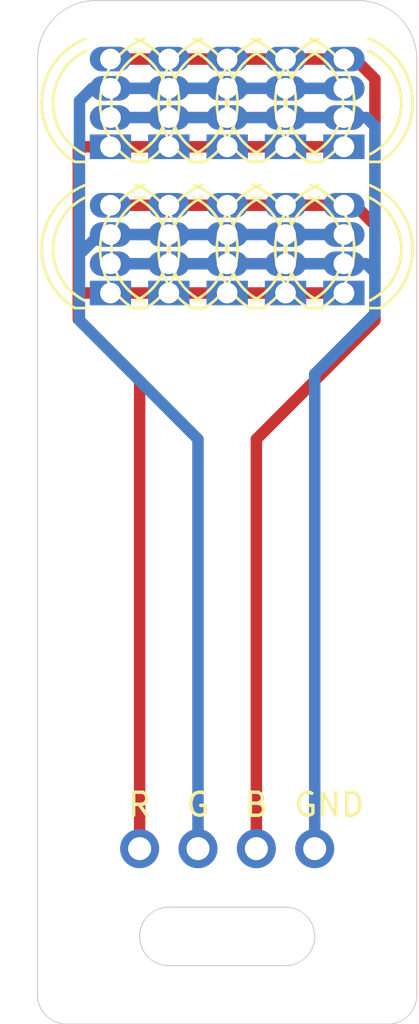
<source format=kicad_pcb>
(kicad_pcb (version 20171130) (host pcbnew 5.1.5-52549c5~84~ubuntu18.04.1)

  (general
    (thickness 1.6)
    (drawings 16)
    (tracks 47)
    (zones 0)
    (modules 11)
    (nets 5)
  )

  (page A4)
  (layers
    (0 F.Cu signal)
    (31 B.Cu signal)
    (32 B.Adhes user)
    (33 F.Adhes user hide)
    (34 B.Paste user)
    (35 F.Paste user)
    (36 B.SilkS user)
    (37 F.SilkS user)
    (38 B.Mask user hide)
    (39 F.Mask user)
    (40 Dwgs.User user hide)
    (41 Cmts.User user)
    (42 Eco1.User user)
    (43 Eco2.User user hide)
    (44 Edge.Cuts user)
    (45 Margin user)
    (46 B.CrtYd user hide)
    (47 F.CrtYd user hide)
    (48 B.Fab user)
    (49 F.Fab user hide)
  )

  (setup
    (last_trace_width 0.5)
    (user_trace_width 0.5)
    (trace_clearance 0.2)
    (zone_clearance 0.508)
    (zone_45_only no)
    (trace_min 0.2)
    (via_size 0.8)
    (via_drill 0.4)
    (via_min_size 0.4)
    (via_min_drill 0.3)
    (uvia_size 0.3)
    (uvia_drill 0.1)
    (uvias_allowed no)
    (uvia_min_size 0.2)
    (uvia_min_drill 0.1)
    (edge_width 0.05)
    (segment_width 0.2)
    (pcb_text_width 0.3)
    (pcb_text_size 1.5 1.5)
    (mod_edge_width 0.12)
    (mod_text_size 1 1)
    (mod_text_width 0.15)
    (pad_size 1.524 1.524)
    (pad_drill 0.762)
    (pad_to_mask_clearance 0.051)
    (solder_mask_min_width 0.25)
    (aux_axis_origin 0 0)
    (visible_elements FFFFFF7F)
    (pcbplotparams
      (layerselection 0x010fc_ffffffff)
      (usegerberextensions false)
      (usegerberattributes false)
      (usegerberadvancedattributes false)
      (creategerberjobfile false)
      (excludeedgelayer true)
      (linewidth 0.100000)
      (plotframeref false)
      (viasonmask false)
      (mode 1)
      (useauxorigin false)
      (hpglpennumber 1)
      (hpglpenspeed 20)
      (hpglpendiameter 15.000000)
      (psnegative false)
      (psa4output false)
      (plotreference true)
      (plotvalue true)
      (plotinvisibletext false)
      (padsonsilk false)
      (subtractmaskfromsilk false)
      (outputformat 1)
      (mirror false)
      (drillshape 0)
      (scaleselection 1)
      (outputdirectory "gerber/"))
  )

  (net 0 "")
  (net 1 "Net-(D1-Pad4)")
  (net 2 "Net-(D1-Pad3)")
  (net 3 "Net-(D1-Pad2)")
  (net 4 "Net-(D1-Pad1)")

  (net_class Default "This is the default net class."
    (clearance 0.2)
    (trace_width 0.25)
    (via_dia 0.8)
    (via_drill 0.4)
    (uvia_dia 0.3)
    (uvia_drill 0.1)
    (add_net "Net-(D1-Pad1)")
    (add_net "Net-(D1-Pad2)")
    (add_net "Net-(D1-Pad3)")
    (add_net "Net-(D1-Pad4)")
  )

  (module kicad-custom-parts:Pin_Header_Straight_Simplified_1x04_Pitch2.54mm (layer F.Cu) (tedit 5E3C28BF) (tstamp 5E3CD5EF)
    (at 115.57 99.06 90)
    (descr "Through hole straight pin header, 1x06, 2.54mm pitch, single row")
    (tags "Through hole pin header THT 1x06 2.54mm single row")
    (path /5E30F315)
    (fp_text reference J1 (at 0 -2.794 90) (layer F.SilkS) hide
      (effects (font (size 1 1) (thickness 0.15)))
    )
    (fp_text value Conn_01x04 (at 3.048 3.81) (layer F.Fab)
      (effects (font (size 1 1) (thickness 0.15)))
    )
    (fp_line (start -0.635 -1.27) (end 1.27 -1.27) (layer F.Fab) (width 0.1))
    (fp_line (start 1.27 -1.27) (end 1.27 8.89) (layer F.Fab) (width 0.1))
    (fp_line (start 1.27 8.89) (end -1.27 8.89) (layer F.Fab) (width 0.1))
    (fp_line (start -1.27 8.89) (end -1.27 -0.635) (layer F.Fab) (width 0.1))
    (fp_line (start -1.27 -0.635) (end -0.635 -1.27) (layer F.Fab) (width 0.1))
    (fp_line (start -1.778 -1.778) (end -1.778 9.398) (layer F.CrtYd) (width 0.05))
    (fp_line (start -1.778 9.398) (end 1.778 9.398) (layer F.CrtYd) (width 0.05))
    (fp_line (start 1.8 9.398) (end 1.8 -1.8) (layer F.CrtYd) (width 0.05))
    (fp_line (start 1.8 -1.8) (end -1.778 -1.8) (layer F.CrtYd) (width 0.05))
    (fp_text user %R (at -2.794 3.81) (layer F.Fab)
      (effects (font (size 1 1) (thickness 0.15)))
    )
    (pad 1 thru_hole oval (at 0 0 90) (size 1.7 1.7) (drill 1) (layers *.Cu *.Mask)
      (net 4 "Net-(D1-Pad1)"))
    (pad 2 thru_hole oval (at 0 2.54 90) (size 1.7 1.7) (drill 1) (layers *.Cu *.Mask)
      (net 3 "Net-(D1-Pad2)"))
    (pad 3 thru_hole oval (at 0 5.08 90) (size 1.7 1.7) (drill 1) (layers *.Cu *.Mask)
      (net 2 "Net-(D1-Pad3)"))
    (pad 4 thru_hole oval (at 0 7.62 90) (size 1.7 1.7) (drill 1) (layers *.Cu *.Mask)
      (net 1 "Net-(D1-Pad4)"))
    (model ${KISYS3DMOD}/Pin_Headers.3dshapes/Pin_Header_Straight_1x06_Pitch2.54mm.wrl
      (at (xyz 0 0 0))
      (scale (xyz 1 1 1))
      (rotate (xyz 0 0 0))
    )
  )

  (module kicad-custom-parts:LED_D5.0mm-4_RGB_swapped_pins (layer F.Cu) (tedit 5E3C313A) (tstamp 5E3CE1AB)
    (at 114.3 68.58 90)
    (descr "LED, diameter 5.0mm, 2 pins, diameter 5.0mm, 3 pins, diameter 5.0mm, 4 pins, http://www.kingbright.com/attachments/file/psearch/000/00/00/L-154A4SUREQBFZGEW(Ver.9A).pdf")
    (tags "LED diameter 5.0mm 2 pins diameter 5.0mm 3 pins diameter 5.0mm 4 pins RGB RGBLED")
    (path /5E2D70D8)
    (fp_text reference D1 (at 1.905 -3.96 90) (layer F.SilkS) hide
      (effects (font (size 1 1) (thickness 0.15)))
    )
    (fp_text value LED_RGBC (at 1.905 3.96 90) (layer F.Fab)
      (effects (font (size 1 1) (thickness 0.15)))
    )
    (fp_text user %R (at 1.905 -3.96 90) (layer F.Fab)
      (effects (font (size 1 1) (thickness 0.15)))
    )
    (fp_line (start 5.15 -3.25) (end -1.35 -3.25) (layer F.CrtYd) (width 0.05))
    (fp_line (start 5.15 3.25) (end 5.15 -3.25) (layer F.CrtYd) (width 0.05))
    (fp_line (start -1.35 3.25) (end 5.15 3.25) (layer F.CrtYd) (width 0.05))
    (fp_line (start -1.35 -3.25) (end -1.35 3.25) (layer F.CrtYd) (width 0.05))
    (fp_line (start -0.655 1.08) (end -0.655 1.545) (layer F.SilkS) (width 0.12))
    (fp_line (start -0.655 -1.545) (end -0.655 -1.08) (layer F.SilkS) (width 0.12))
    (fp_line (start -0.595 -1.469694) (end -0.595 1.469694) (layer F.Fab) (width 0.1))
    (fp_circle (center 1.905 0) (end 4.405 0) (layer F.Fab) (width 0.1))
    (fp_arc (start 1.905 0) (end -0.349684 1.08) (angle -128.8) (layer F.SilkS) (width 0.12))
    (fp_arc (start 1.905 0) (end -0.349684 -1.08) (angle 128.8) (layer F.SilkS) (width 0.12))
    (fp_arc (start 1.905 0) (end -0.655 1.54483) (angle -127.7) (layer F.SilkS) (width 0.12))
    (fp_arc (start 1.905 0) (end -0.655 -1.54483) (angle 127.7) (layer F.SilkS) (width 0.12))
    (fp_arc (start 1.905 0) (end -0.595 -1.469694) (angle 299.1) (layer F.Fab) (width 0.1))
    (pad 4 thru_hole oval (at 1.27 0 90) (size 1.07 1.8) (drill 0.9) (layers *.Cu *.Mask)
      (net 1 "Net-(D1-Pad4)"))
    (pad 3 thru_hole oval (at 3.81 0 90) (size 1.07 1.8) (drill 0.9) (layers *.Cu *.Mask)
      (net 2 "Net-(D1-Pad3)"))
    (pad 2 thru_hole oval (at 2.54 0 90) (size 1.07 1.8) (drill 0.9) (layers *.Cu *.Mask)
      (net 3 "Net-(D1-Pad2)"))
    (pad 1 thru_hole rect (at 0 0 90) (size 1.07 1.8) (drill 0.9) (layers *.Cu *.Mask)
      (net 4 "Net-(D1-Pad1)"))
    (model ${KISYS3DMOD}/LED_THT.3dshapes/LED_D5.0mm-4_RGB.wrl
      (at (xyz 0 0 0))
      (scale (xyz 1 1 1))
      (rotate (xyz 0 0 0))
    )
  )

  (module kicad-custom-parts:LED_D5.0mm-4_RGB_swapped_pins (layer F.Cu) (tedit 5E3C313A) (tstamp 5E3CE1C1)
    (at 114.3 74.93 90)
    (descr "LED, diameter 5.0mm, 2 pins, diameter 5.0mm, 3 pins, diameter 5.0mm, 4 pins, http://www.kingbright.com/attachments/file/psearch/000/00/00/L-154A4SUREQBFZGEW(Ver.9A).pdf")
    (tags "LED diameter 5.0mm 2 pins diameter 5.0mm 3 pins diameter 5.0mm 4 pins RGB RGBLED")
    (path /5E2FB276)
    (fp_text reference D2 (at 1.905 -3.96 90) (layer F.SilkS) hide
      (effects (font (size 1 1) (thickness 0.15)))
    )
    (fp_text value LED_RGBC (at 1.905 3.96 90) (layer F.Fab)
      (effects (font (size 1 1) (thickness 0.15)))
    )
    (fp_arc (start 1.905 0) (end -0.595 -1.469694) (angle 299.1) (layer F.Fab) (width 0.1))
    (fp_arc (start 1.905 0) (end -0.655 -1.54483) (angle 127.7) (layer F.SilkS) (width 0.12))
    (fp_arc (start 1.905 0) (end -0.655 1.54483) (angle -127.7) (layer F.SilkS) (width 0.12))
    (fp_arc (start 1.905 0) (end -0.349684 -1.08) (angle 128.8) (layer F.SilkS) (width 0.12))
    (fp_arc (start 1.905 0) (end -0.349684 1.08) (angle -128.8) (layer F.SilkS) (width 0.12))
    (fp_circle (center 1.905 0) (end 4.405 0) (layer F.Fab) (width 0.1))
    (fp_line (start -0.595 -1.469694) (end -0.595 1.469694) (layer F.Fab) (width 0.1))
    (fp_line (start -0.655 -1.545) (end -0.655 -1.08) (layer F.SilkS) (width 0.12))
    (fp_line (start -0.655 1.08) (end -0.655 1.545) (layer F.SilkS) (width 0.12))
    (fp_line (start -1.35 -3.25) (end -1.35 3.25) (layer F.CrtYd) (width 0.05))
    (fp_line (start -1.35 3.25) (end 5.15 3.25) (layer F.CrtYd) (width 0.05))
    (fp_line (start 5.15 3.25) (end 5.15 -3.25) (layer F.CrtYd) (width 0.05))
    (fp_line (start 5.15 -3.25) (end -1.35 -3.25) (layer F.CrtYd) (width 0.05))
    (fp_text user %R (at 1.905 -3.96 90) (layer F.Fab)
      (effects (font (size 1 1) (thickness 0.15)))
    )
    (pad 1 thru_hole rect (at 0 0 90) (size 1.07 1.8) (drill 0.9) (layers *.Cu *.Mask)
      (net 4 "Net-(D1-Pad1)"))
    (pad 2 thru_hole oval (at 2.54 0 90) (size 1.07 1.8) (drill 0.9) (layers *.Cu *.Mask)
      (net 3 "Net-(D1-Pad2)"))
    (pad 3 thru_hole oval (at 3.81 0 90) (size 1.07 1.8) (drill 0.9) (layers *.Cu *.Mask)
      (net 2 "Net-(D1-Pad3)"))
    (pad 4 thru_hole oval (at 1.27 0 90) (size 1.07 1.8) (drill 0.9) (layers *.Cu *.Mask)
      (net 1 "Net-(D1-Pad4)"))
    (model ${KISYS3DMOD}/LED_THT.3dshapes/LED_D5.0mm-4_RGB.wrl
      (at (xyz 0 0 0))
      (scale (xyz 1 1 1))
      (rotate (xyz 0 0 0))
    )
  )

  (module kicad-custom-parts:LED_D5.0mm-4_RGB_swapped_pins (layer F.Cu) (tedit 5E3C313A) (tstamp 5E3CE1D7)
    (at 116.84 68.58 90)
    (descr "LED, diameter 5.0mm, 2 pins, diameter 5.0mm, 3 pins, diameter 5.0mm, 4 pins, http://www.kingbright.com/attachments/file/psearch/000/00/00/L-154A4SUREQBFZGEW(Ver.9A).pdf")
    (tags "LED diameter 5.0mm 2 pins diameter 5.0mm 3 pins diameter 5.0mm 4 pins RGB RGBLED")
    (path /5E2D9E6B)
    (fp_text reference D3 (at 1.905 -3.96 90) (layer F.SilkS) hide
      (effects (font (size 1 1) (thickness 0.15)))
    )
    (fp_text value LED_RGBC (at 1.905 3.96 90) (layer F.Fab)
      (effects (font (size 1 1) (thickness 0.15)))
    )
    (fp_arc (start 1.905 0) (end -0.595 -1.469694) (angle 299.1) (layer F.Fab) (width 0.1))
    (fp_arc (start 1.905 0) (end -0.655 -1.54483) (angle 127.7) (layer F.SilkS) (width 0.12))
    (fp_arc (start 1.905 0) (end -0.655 1.54483) (angle -127.7) (layer F.SilkS) (width 0.12))
    (fp_arc (start 1.905 0) (end -0.349684 -1.08) (angle 128.8) (layer F.SilkS) (width 0.12))
    (fp_arc (start 1.905 0) (end -0.349684 1.08) (angle -128.8) (layer F.SilkS) (width 0.12))
    (fp_circle (center 1.905 0) (end 4.405 0) (layer F.Fab) (width 0.1))
    (fp_line (start -0.595 -1.469694) (end -0.595 1.469694) (layer F.Fab) (width 0.1))
    (fp_line (start -0.655 -1.545) (end -0.655 -1.08) (layer F.SilkS) (width 0.12))
    (fp_line (start -0.655 1.08) (end -0.655 1.545) (layer F.SilkS) (width 0.12))
    (fp_line (start -1.35 -3.25) (end -1.35 3.25) (layer F.CrtYd) (width 0.05))
    (fp_line (start -1.35 3.25) (end 5.15 3.25) (layer F.CrtYd) (width 0.05))
    (fp_line (start 5.15 3.25) (end 5.15 -3.25) (layer F.CrtYd) (width 0.05))
    (fp_line (start 5.15 -3.25) (end -1.35 -3.25) (layer F.CrtYd) (width 0.05))
    (fp_text user %R (at 1.905 -3.96 90) (layer F.Fab)
      (effects (font (size 1 1) (thickness 0.15)))
    )
    (pad 1 thru_hole rect (at 0 0 90) (size 1.07 1.8) (drill 0.9) (layers *.Cu *.Mask)
      (net 4 "Net-(D1-Pad1)"))
    (pad 2 thru_hole oval (at 2.54 0 90) (size 1.07 1.8) (drill 0.9) (layers *.Cu *.Mask)
      (net 3 "Net-(D1-Pad2)"))
    (pad 3 thru_hole oval (at 3.81 0 90) (size 1.07 1.8) (drill 0.9) (layers *.Cu *.Mask)
      (net 2 "Net-(D1-Pad3)"))
    (pad 4 thru_hole oval (at 1.27 0 90) (size 1.07 1.8) (drill 0.9) (layers *.Cu *.Mask)
      (net 1 "Net-(D1-Pad4)"))
    (model ${KISYS3DMOD}/LED_THT.3dshapes/LED_D5.0mm-4_RGB.wrl
      (at (xyz 0 0 0))
      (scale (xyz 1 1 1))
      (rotate (xyz 0 0 0))
    )
  )

  (module kicad-custom-parts:LED_D5.0mm-4_RGB_swapped_pins (layer F.Cu) (tedit 5E3C313A) (tstamp 5E3CE1ED)
    (at 116.84 74.93 90)
    (descr "LED, diameter 5.0mm, 2 pins, diameter 5.0mm, 3 pins, diameter 5.0mm, 4 pins, http://www.kingbright.com/attachments/file/psearch/000/00/00/L-154A4SUREQBFZGEW(Ver.9A).pdf")
    (tags "LED diameter 5.0mm 2 pins diameter 5.0mm 3 pins diameter 5.0mm 4 pins RGB RGBLED")
    (path /5E2FB27C)
    (fp_text reference D4 (at 1.905 -3.96 90) (layer F.SilkS) hide
      (effects (font (size 1 1) (thickness 0.15)))
    )
    (fp_text value LED_RGBC (at 1.905 3.96 90) (layer F.Fab)
      (effects (font (size 1 1) (thickness 0.15)))
    )
    (fp_text user %R (at 1.905 -3.96 90) (layer F.Fab)
      (effects (font (size 1 1) (thickness 0.15)))
    )
    (fp_line (start 5.15 -3.25) (end -1.35 -3.25) (layer F.CrtYd) (width 0.05))
    (fp_line (start 5.15 3.25) (end 5.15 -3.25) (layer F.CrtYd) (width 0.05))
    (fp_line (start -1.35 3.25) (end 5.15 3.25) (layer F.CrtYd) (width 0.05))
    (fp_line (start -1.35 -3.25) (end -1.35 3.25) (layer F.CrtYd) (width 0.05))
    (fp_line (start -0.655 1.08) (end -0.655 1.545) (layer F.SilkS) (width 0.12))
    (fp_line (start -0.655 -1.545) (end -0.655 -1.08) (layer F.SilkS) (width 0.12))
    (fp_line (start -0.595 -1.469694) (end -0.595 1.469694) (layer F.Fab) (width 0.1))
    (fp_circle (center 1.905 0) (end 4.405 0) (layer F.Fab) (width 0.1))
    (fp_arc (start 1.905 0) (end -0.349684 1.08) (angle -128.8) (layer F.SilkS) (width 0.12))
    (fp_arc (start 1.905 0) (end -0.349684 -1.08) (angle 128.8) (layer F.SilkS) (width 0.12))
    (fp_arc (start 1.905 0) (end -0.655 1.54483) (angle -127.7) (layer F.SilkS) (width 0.12))
    (fp_arc (start 1.905 0) (end -0.655 -1.54483) (angle 127.7) (layer F.SilkS) (width 0.12))
    (fp_arc (start 1.905 0) (end -0.595 -1.469694) (angle 299.1) (layer F.Fab) (width 0.1))
    (pad 4 thru_hole oval (at 1.27 0 90) (size 1.07 1.8) (drill 0.9) (layers *.Cu *.Mask)
      (net 1 "Net-(D1-Pad4)"))
    (pad 3 thru_hole oval (at 3.81 0 90) (size 1.07 1.8) (drill 0.9) (layers *.Cu *.Mask)
      (net 2 "Net-(D1-Pad3)"))
    (pad 2 thru_hole oval (at 2.54 0 90) (size 1.07 1.8) (drill 0.9) (layers *.Cu *.Mask)
      (net 3 "Net-(D1-Pad2)"))
    (pad 1 thru_hole rect (at 0 0 90) (size 1.07 1.8) (drill 0.9) (layers *.Cu *.Mask)
      (net 4 "Net-(D1-Pad1)"))
    (model ${KISYS3DMOD}/LED_THT.3dshapes/LED_D5.0mm-4_RGB.wrl
      (at (xyz 0 0 0))
      (scale (xyz 1 1 1))
      (rotate (xyz 0 0 0))
    )
  )

  (module kicad-custom-parts:LED_D5.0mm-4_RGB_swapped_pins (layer F.Cu) (tedit 5E3C313A) (tstamp 5E3CE203)
    (at 119.38 68.58 90)
    (descr "LED, diameter 5.0mm, 2 pins, diameter 5.0mm, 3 pins, diameter 5.0mm, 4 pins, http://www.kingbright.com/attachments/file/psearch/000/00/00/L-154A4SUREQBFZGEW(Ver.9A).pdf")
    (tags "LED diameter 5.0mm 2 pins diameter 5.0mm 3 pins diameter 5.0mm 4 pins RGB RGBLED")
    (path /5E2DB915)
    (fp_text reference D5 (at 1.905 -3.96 90) (layer F.SilkS) hide
      (effects (font (size 1 1) (thickness 0.15)))
    )
    (fp_text value LED_RGBC (at 1.905 3.96 90) (layer F.Fab)
      (effects (font (size 1 1) (thickness 0.15)))
    )
    (fp_text user %R (at 1.905 -3.96 90) (layer F.Fab)
      (effects (font (size 1 1) (thickness 0.15)))
    )
    (fp_line (start 5.15 -3.25) (end -1.35 -3.25) (layer F.CrtYd) (width 0.05))
    (fp_line (start 5.15 3.25) (end 5.15 -3.25) (layer F.CrtYd) (width 0.05))
    (fp_line (start -1.35 3.25) (end 5.15 3.25) (layer F.CrtYd) (width 0.05))
    (fp_line (start -1.35 -3.25) (end -1.35 3.25) (layer F.CrtYd) (width 0.05))
    (fp_line (start -0.655 1.08) (end -0.655 1.545) (layer F.SilkS) (width 0.12))
    (fp_line (start -0.655 -1.545) (end -0.655 -1.08) (layer F.SilkS) (width 0.12))
    (fp_line (start -0.595 -1.469694) (end -0.595 1.469694) (layer F.Fab) (width 0.1))
    (fp_circle (center 1.905 0) (end 4.405 0) (layer F.Fab) (width 0.1))
    (fp_arc (start 1.905 0) (end -0.349684 1.08) (angle -128.8) (layer F.SilkS) (width 0.12))
    (fp_arc (start 1.905 0) (end -0.349684 -1.08) (angle 128.8) (layer F.SilkS) (width 0.12))
    (fp_arc (start 1.905 0) (end -0.655 1.54483) (angle -127.7) (layer F.SilkS) (width 0.12))
    (fp_arc (start 1.905 0) (end -0.655 -1.54483) (angle 127.7) (layer F.SilkS) (width 0.12))
    (fp_arc (start 1.905 0) (end -0.595 -1.469694) (angle 299.1) (layer F.Fab) (width 0.1))
    (pad 4 thru_hole oval (at 1.27 0 90) (size 1.07 1.8) (drill 0.9) (layers *.Cu *.Mask)
      (net 1 "Net-(D1-Pad4)"))
    (pad 3 thru_hole oval (at 3.81 0 90) (size 1.07 1.8) (drill 0.9) (layers *.Cu *.Mask)
      (net 2 "Net-(D1-Pad3)"))
    (pad 2 thru_hole oval (at 2.54 0 90) (size 1.07 1.8) (drill 0.9) (layers *.Cu *.Mask)
      (net 3 "Net-(D1-Pad2)"))
    (pad 1 thru_hole rect (at 0 0 90) (size 1.07 1.8) (drill 0.9) (layers *.Cu *.Mask)
      (net 4 "Net-(D1-Pad1)"))
    (model ${KISYS3DMOD}/LED_THT.3dshapes/LED_D5.0mm-4_RGB.wrl
      (at (xyz 0 0 0))
      (scale (xyz 1 1 1))
      (rotate (xyz 0 0 0))
    )
  )

  (module kicad-custom-parts:LED_D5.0mm-4_RGB_swapped_pins (layer F.Cu) (tedit 5E3C313A) (tstamp 5E3CE219)
    (at 119.38 74.93 90)
    (descr "LED, diameter 5.0mm, 2 pins, diameter 5.0mm, 3 pins, diameter 5.0mm, 4 pins, http://www.kingbright.com/attachments/file/psearch/000/00/00/L-154A4SUREQBFZGEW(Ver.9A).pdf")
    (tags "LED diameter 5.0mm 2 pins diameter 5.0mm 3 pins diameter 5.0mm 4 pins RGB RGBLED")
    (path /5E2FB282)
    (fp_text reference D6 (at 1.905 -3.96 90) (layer F.SilkS) hide
      (effects (font (size 1 1) (thickness 0.15)))
    )
    (fp_text value LED_RGBC (at 1.905 3.96 90) (layer F.Fab)
      (effects (font (size 1 1) (thickness 0.15)))
    )
    (fp_arc (start 1.905 0) (end -0.595 -1.469694) (angle 299.1) (layer F.Fab) (width 0.1))
    (fp_arc (start 1.905 0) (end -0.655 -1.54483) (angle 127.7) (layer F.SilkS) (width 0.12))
    (fp_arc (start 1.905 0) (end -0.655 1.54483) (angle -127.7) (layer F.SilkS) (width 0.12))
    (fp_arc (start 1.905 0) (end -0.349684 -1.08) (angle 128.8) (layer F.SilkS) (width 0.12))
    (fp_arc (start 1.905 0) (end -0.349684 1.08) (angle -128.8) (layer F.SilkS) (width 0.12))
    (fp_circle (center 1.905 0) (end 4.405 0) (layer F.Fab) (width 0.1))
    (fp_line (start -0.595 -1.469694) (end -0.595 1.469694) (layer F.Fab) (width 0.1))
    (fp_line (start -0.655 -1.545) (end -0.655 -1.08) (layer F.SilkS) (width 0.12))
    (fp_line (start -0.655 1.08) (end -0.655 1.545) (layer F.SilkS) (width 0.12))
    (fp_line (start -1.35 -3.25) (end -1.35 3.25) (layer F.CrtYd) (width 0.05))
    (fp_line (start -1.35 3.25) (end 5.15 3.25) (layer F.CrtYd) (width 0.05))
    (fp_line (start 5.15 3.25) (end 5.15 -3.25) (layer F.CrtYd) (width 0.05))
    (fp_line (start 5.15 -3.25) (end -1.35 -3.25) (layer F.CrtYd) (width 0.05))
    (fp_text user %R (at 1.905 -3.96 90) (layer F.Fab)
      (effects (font (size 1 1) (thickness 0.15)))
    )
    (pad 1 thru_hole rect (at 0 0 90) (size 1.07 1.8) (drill 0.9) (layers *.Cu *.Mask)
      (net 4 "Net-(D1-Pad1)"))
    (pad 2 thru_hole oval (at 2.54 0 90) (size 1.07 1.8) (drill 0.9) (layers *.Cu *.Mask)
      (net 3 "Net-(D1-Pad2)"))
    (pad 3 thru_hole oval (at 3.81 0 90) (size 1.07 1.8) (drill 0.9) (layers *.Cu *.Mask)
      (net 2 "Net-(D1-Pad3)"))
    (pad 4 thru_hole oval (at 1.27 0 90) (size 1.07 1.8) (drill 0.9) (layers *.Cu *.Mask)
      (net 1 "Net-(D1-Pad4)"))
    (model ${KISYS3DMOD}/LED_THT.3dshapes/LED_D5.0mm-4_RGB.wrl
      (at (xyz 0 0 0))
      (scale (xyz 1 1 1))
      (rotate (xyz 0 0 0))
    )
  )

  (module kicad-custom-parts:LED_D5.0mm-4_RGB_swapped_pins (layer F.Cu) (tedit 5E3C313A) (tstamp 5E3CE22F)
    (at 121.92 68.58 90)
    (descr "LED, diameter 5.0mm, 2 pins, diameter 5.0mm, 3 pins, diameter 5.0mm, 4 pins, http://www.kingbright.com/attachments/file/psearch/000/00/00/L-154A4SUREQBFZGEW(Ver.9A).pdf")
    (tags "LED diameter 5.0mm 2 pins diameter 5.0mm 3 pins diameter 5.0mm 4 pins RGB RGBLED")
    (path /5E2DB91B)
    (fp_text reference D7 (at 1.905 -3.96 90) (layer F.SilkS) hide
      (effects (font (size 1 1) (thickness 0.15)))
    )
    (fp_text value LED_RGBC (at 1.905 3.96 90) (layer F.Fab)
      (effects (font (size 1 1) (thickness 0.15)))
    )
    (fp_arc (start 1.905 0) (end -0.595 -1.469694) (angle 299.1) (layer F.Fab) (width 0.1))
    (fp_arc (start 1.905 0) (end -0.655 -1.54483) (angle 127.7) (layer F.SilkS) (width 0.12))
    (fp_arc (start 1.905 0) (end -0.655 1.54483) (angle -127.7) (layer F.SilkS) (width 0.12))
    (fp_arc (start 1.905 0) (end -0.349684 -1.08) (angle 128.8) (layer F.SilkS) (width 0.12))
    (fp_arc (start 1.905 0) (end -0.349684 1.08) (angle -128.8) (layer F.SilkS) (width 0.12))
    (fp_circle (center 1.905 0) (end 4.405 0) (layer F.Fab) (width 0.1))
    (fp_line (start -0.595 -1.469694) (end -0.595 1.469694) (layer F.Fab) (width 0.1))
    (fp_line (start -0.655 -1.545) (end -0.655 -1.08) (layer F.SilkS) (width 0.12))
    (fp_line (start -0.655 1.08) (end -0.655 1.545) (layer F.SilkS) (width 0.12))
    (fp_line (start -1.35 -3.25) (end -1.35 3.25) (layer F.CrtYd) (width 0.05))
    (fp_line (start -1.35 3.25) (end 5.15 3.25) (layer F.CrtYd) (width 0.05))
    (fp_line (start 5.15 3.25) (end 5.15 -3.25) (layer F.CrtYd) (width 0.05))
    (fp_line (start 5.15 -3.25) (end -1.35 -3.25) (layer F.CrtYd) (width 0.05))
    (fp_text user %R (at 1.905 -3.96 90) (layer F.Fab)
      (effects (font (size 1 1) (thickness 0.15)))
    )
    (pad 1 thru_hole rect (at 0 0 90) (size 1.07 1.8) (drill 0.9) (layers *.Cu *.Mask)
      (net 4 "Net-(D1-Pad1)"))
    (pad 2 thru_hole oval (at 2.54 0 90) (size 1.07 1.8) (drill 0.9) (layers *.Cu *.Mask)
      (net 3 "Net-(D1-Pad2)"))
    (pad 3 thru_hole oval (at 3.81 0 90) (size 1.07 1.8) (drill 0.9) (layers *.Cu *.Mask)
      (net 2 "Net-(D1-Pad3)"))
    (pad 4 thru_hole oval (at 1.27 0 90) (size 1.07 1.8) (drill 0.9) (layers *.Cu *.Mask)
      (net 1 "Net-(D1-Pad4)"))
    (model ${KISYS3DMOD}/LED_THT.3dshapes/LED_D5.0mm-4_RGB.wrl
      (at (xyz 0 0 0))
      (scale (xyz 1 1 1))
      (rotate (xyz 0 0 0))
    )
  )

  (module kicad-custom-parts:LED_D5.0mm-4_RGB_swapped_pins (layer F.Cu) (tedit 5E3C313A) (tstamp 5E3CE245)
    (at 121.92 74.93 90)
    (descr "LED, diameter 5.0mm, 2 pins, diameter 5.0mm, 3 pins, diameter 5.0mm, 4 pins, http://www.kingbright.com/attachments/file/psearch/000/00/00/L-154A4SUREQBFZGEW(Ver.9A).pdf")
    (tags "LED diameter 5.0mm 2 pins diameter 5.0mm 3 pins diameter 5.0mm 4 pins RGB RGBLED")
    (path /5E2FB288)
    (fp_text reference D8 (at 1.905 -3.96 90) (layer F.SilkS) hide
      (effects (font (size 1 1) (thickness 0.15)))
    )
    (fp_text value LED_RGBC (at 1.905 3.96 90) (layer F.Fab)
      (effects (font (size 1 1) (thickness 0.15)))
    )
    (fp_text user %R (at 1.905 -3.96 90) (layer F.Fab)
      (effects (font (size 1 1) (thickness 0.15)))
    )
    (fp_line (start 5.15 -3.25) (end -1.35 -3.25) (layer F.CrtYd) (width 0.05))
    (fp_line (start 5.15 3.25) (end 5.15 -3.25) (layer F.CrtYd) (width 0.05))
    (fp_line (start -1.35 3.25) (end 5.15 3.25) (layer F.CrtYd) (width 0.05))
    (fp_line (start -1.35 -3.25) (end -1.35 3.25) (layer F.CrtYd) (width 0.05))
    (fp_line (start -0.655 1.08) (end -0.655 1.545) (layer F.SilkS) (width 0.12))
    (fp_line (start -0.655 -1.545) (end -0.655 -1.08) (layer F.SilkS) (width 0.12))
    (fp_line (start -0.595 -1.469694) (end -0.595 1.469694) (layer F.Fab) (width 0.1))
    (fp_circle (center 1.905 0) (end 4.405 0) (layer F.Fab) (width 0.1))
    (fp_arc (start 1.905 0) (end -0.349684 1.08) (angle -128.8) (layer F.SilkS) (width 0.12))
    (fp_arc (start 1.905 0) (end -0.349684 -1.08) (angle 128.8) (layer F.SilkS) (width 0.12))
    (fp_arc (start 1.905 0) (end -0.655 1.54483) (angle -127.7) (layer F.SilkS) (width 0.12))
    (fp_arc (start 1.905 0) (end -0.655 -1.54483) (angle 127.7) (layer F.SilkS) (width 0.12))
    (fp_arc (start 1.905 0) (end -0.595 -1.469694) (angle 299.1) (layer F.Fab) (width 0.1))
    (pad 4 thru_hole oval (at 1.27 0 90) (size 1.07 1.8) (drill 0.9) (layers *.Cu *.Mask)
      (net 1 "Net-(D1-Pad4)"))
    (pad 3 thru_hole oval (at 3.81 0 90) (size 1.07 1.8) (drill 0.9) (layers *.Cu *.Mask)
      (net 2 "Net-(D1-Pad3)"))
    (pad 2 thru_hole oval (at 2.54 0 90) (size 1.07 1.8) (drill 0.9) (layers *.Cu *.Mask)
      (net 3 "Net-(D1-Pad2)"))
    (pad 1 thru_hole rect (at 0 0 90) (size 1.07 1.8) (drill 0.9) (layers *.Cu *.Mask)
      (net 4 "Net-(D1-Pad1)"))
    (model ${KISYS3DMOD}/LED_THT.3dshapes/LED_D5.0mm-4_RGB.wrl
      (at (xyz 0 0 0))
      (scale (xyz 1 1 1))
      (rotate (xyz 0 0 0))
    )
  )

  (module kicad-custom-parts:LED_D5.0mm-4_RGB_swapped_pins (layer F.Cu) (tedit 5E3C313A) (tstamp 5E3CE25B)
    (at 124.46 68.58 90)
    (descr "LED, diameter 5.0mm, 2 pins, diameter 5.0mm, 3 pins, diameter 5.0mm, 4 pins, http://www.kingbright.com/attachments/file/psearch/000/00/00/L-154A4SUREQBFZGEW(Ver.9A).pdf")
    (tags "LED diameter 5.0mm 2 pins diameter 5.0mm 3 pins diameter 5.0mm 4 pins RGB RGBLED")
    (path /5E2DEDBF)
    (fp_text reference D9 (at 1.905 -3.96 90) (layer F.SilkS) hide
      (effects (font (size 1 1) (thickness 0.15)))
    )
    (fp_text value LED_RGBC (at 1.905 3.96 90) (layer F.Fab)
      (effects (font (size 1 1) (thickness 0.15)))
    )
    (fp_text user %R (at 1.905 -3.96 90) (layer F.Fab)
      (effects (font (size 1 1) (thickness 0.15)))
    )
    (fp_line (start 5.15 -3.25) (end -1.35 -3.25) (layer F.CrtYd) (width 0.05))
    (fp_line (start 5.15 3.25) (end 5.15 -3.25) (layer F.CrtYd) (width 0.05))
    (fp_line (start -1.35 3.25) (end 5.15 3.25) (layer F.CrtYd) (width 0.05))
    (fp_line (start -1.35 -3.25) (end -1.35 3.25) (layer F.CrtYd) (width 0.05))
    (fp_line (start -0.655 1.08) (end -0.655 1.545) (layer F.SilkS) (width 0.12))
    (fp_line (start -0.655 -1.545) (end -0.655 -1.08) (layer F.SilkS) (width 0.12))
    (fp_line (start -0.595 -1.469694) (end -0.595 1.469694) (layer F.Fab) (width 0.1))
    (fp_circle (center 1.905 0) (end 4.405 0) (layer F.Fab) (width 0.1))
    (fp_arc (start 1.905 0) (end -0.349684 1.08) (angle -128.8) (layer F.SilkS) (width 0.12))
    (fp_arc (start 1.905 0) (end -0.349684 -1.08) (angle 128.8) (layer F.SilkS) (width 0.12))
    (fp_arc (start 1.905 0) (end -0.655 1.54483) (angle -127.7) (layer F.SilkS) (width 0.12))
    (fp_arc (start 1.905 0) (end -0.655 -1.54483) (angle 127.7) (layer F.SilkS) (width 0.12))
    (fp_arc (start 1.905 0) (end -0.595 -1.469694) (angle 299.1) (layer F.Fab) (width 0.1))
    (pad 4 thru_hole oval (at 1.27 0 90) (size 1.07 1.8) (drill 0.9) (layers *.Cu *.Mask)
      (net 1 "Net-(D1-Pad4)"))
    (pad 3 thru_hole oval (at 3.81 0 90) (size 1.07 1.8) (drill 0.9) (layers *.Cu *.Mask)
      (net 2 "Net-(D1-Pad3)"))
    (pad 2 thru_hole oval (at 2.54 0 90) (size 1.07 1.8) (drill 0.9) (layers *.Cu *.Mask)
      (net 3 "Net-(D1-Pad2)"))
    (pad 1 thru_hole rect (at 0 0 90) (size 1.07 1.8) (drill 0.9) (layers *.Cu *.Mask)
      (net 4 "Net-(D1-Pad1)"))
    (model ${KISYS3DMOD}/LED_THT.3dshapes/LED_D5.0mm-4_RGB.wrl
      (at (xyz 0 0 0))
      (scale (xyz 1 1 1))
      (rotate (xyz 0 0 0))
    )
  )

  (module kicad-custom-parts:LED_D5.0mm-4_RGB_swapped_pins (layer F.Cu) (tedit 5E3C313A) (tstamp 5E3CE271)
    (at 124.46 74.93 90)
    (descr "LED, diameter 5.0mm, 2 pins, diameter 5.0mm, 3 pins, diameter 5.0mm, 4 pins, http://www.kingbright.com/attachments/file/psearch/000/00/00/L-154A4SUREQBFZGEW(Ver.9A).pdf")
    (tags "LED diameter 5.0mm 2 pins diameter 5.0mm 3 pins diameter 5.0mm 4 pins RGB RGBLED")
    (path /5E2FB28E)
    (fp_text reference D10 (at 1.905 -3.96 90) (layer F.SilkS) hide
      (effects (font (size 1 1) (thickness 0.15)))
    )
    (fp_text value LED_RGBC (at 1.905 3.96 90) (layer F.Fab)
      (effects (font (size 1 1) (thickness 0.15)))
    )
    (fp_arc (start 1.905 0) (end -0.595 -1.469694) (angle 299.1) (layer F.Fab) (width 0.1))
    (fp_arc (start 1.905 0) (end -0.655 -1.54483) (angle 127.7) (layer F.SilkS) (width 0.12))
    (fp_arc (start 1.905 0) (end -0.655 1.54483) (angle -127.7) (layer F.SilkS) (width 0.12))
    (fp_arc (start 1.905 0) (end -0.349684 -1.08) (angle 128.8) (layer F.SilkS) (width 0.12))
    (fp_arc (start 1.905 0) (end -0.349684 1.08) (angle -128.8) (layer F.SilkS) (width 0.12))
    (fp_circle (center 1.905 0) (end 4.405 0) (layer F.Fab) (width 0.1))
    (fp_line (start -0.595 -1.469694) (end -0.595 1.469694) (layer F.Fab) (width 0.1))
    (fp_line (start -0.655 -1.545) (end -0.655 -1.08) (layer F.SilkS) (width 0.12))
    (fp_line (start -0.655 1.08) (end -0.655 1.545) (layer F.SilkS) (width 0.12))
    (fp_line (start -1.35 -3.25) (end -1.35 3.25) (layer F.CrtYd) (width 0.05))
    (fp_line (start -1.35 3.25) (end 5.15 3.25) (layer F.CrtYd) (width 0.05))
    (fp_line (start 5.15 3.25) (end 5.15 -3.25) (layer F.CrtYd) (width 0.05))
    (fp_line (start 5.15 -3.25) (end -1.35 -3.25) (layer F.CrtYd) (width 0.05))
    (fp_text user %R (at 1.905 -3.96 90) (layer F.Fab)
      (effects (font (size 1 1) (thickness 0.15)))
    )
    (pad 1 thru_hole rect (at 0 0 90) (size 1.07 1.8) (drill 0.9) (layers *.Cu *.Mask)
      (net 4 "Net-(D1-Pad1)"))
    (pad 2 thru_hole oval (at 2.54 0 90) (size 1.07 1.8) (drill 0.9) (layers *.Cu *.Mask)
      (net 3 "Net-(D1-Pad2)"))
    (pad 3 thru_hole oval (at 3.81 0 90) (size 1.07 1.8) (drill 0.9) (layers *.Cu *.Mask)
      (net 2 "Net-(D1-Pad3)"))
    (pad 4 thru_hole oval (at 1.27 0 90) (size 1.07 1.8) (drill 0.9) (layers *.Cu *.Mask)
      (net 1 "Net-(D1-Pad4)"))
    (model ${KISYS3DMOD}/LED_THT.3dshapes/LED_D5.0mm-4_RGB.wrl
      (at (xyz 0 0 0))
      (scale (xyz 1 1 1))
      (rotate (xyz 0 0 0))
    )
  )

  (gr_text GND (at 123.825 97.155) (layer F.SilkS)
    (effects (font (size 1 1) (thickness 0.15)))
  )
  (gr_text B (at 120.65 97.155) (layer F.SilkS)
    (effects (font (size 1 1) (thickness 0.15)))
  )
  (gr_text G (at 118.11 97.155) (layer F.SilkS)
    (effects (font (size 1 1) (thickness 0.15)))
  )
  (gr_text R (at 115.57 97.155) (layer F.SilkS)
    (effects (font (size 1 1) (thickness 0.15)))
  )
  (gr_line (start 116.84 101.6) (end 121.92 101.6) (layer Edge.Cuts) (width 0.05) (tstamp 5E3CEBC1))
  (gr_arc (start 116.84 102.87) (end 116.84 101.6) (angle -180) (layer Edge.Cuts) (width 0.05))
  (gr_arc (start 121.92 102.87) (end 121.92 104.14) (angle -180) (layer Edge.Cuts) (width 0.05))
  (gr_line (start 116.84 104.14) (end 121.92 104.14) (layer Edge.Cuts) (width 0.05))
  (gr_arc (start 113.665 64.77) (end 113.665 62.23) (angle -90) (layer Edge.Cuts) (width 0.05))
  (gr_arc (start 125.095 64.77) (end 127.635 64.77) (angle -90) (layer Edge.Cuts) (width 0.05))
  (gr_line (start 111.125 105.41) (end 111.125 64.77) (layer Edge.Cuts) (width 0.05) (tstamp 5E2DC401))
  (gr_line (start 127.635 64.77) (end 127.635 105.41) (layer Edge.Cuts) (width 0.05) (tstamp 5E2DC400))
  (gr_arc (start 112.395 105.41) (end 111.125 105.41) (angle -90) (layer Edge.Cuts) (width 0.05))
  (gr_arc (start 126.365 105.41) (end 126.365 106.68) (angle -90) (layer Edge.Cuts) (width 0.05))
  (gr_line (start 112.395 106.68) (end 126.365 106.68) (layer Edge.Cuts) (width 0.05))
  (gr_line (start 113.665 62.23) (end 125.095 62.23) (layer Edge.Cuts) (width 0.05))

  (segment (start 124.46 73.66) (end 114.3 73.66) (width 0.5) (layer B.Cu) (net 1))
  (segment (start 124.46 67.31) (end 114.3 67.31) (width 0.5) (layer B.Cu) (net 1))
  (segment (start 123.19 99.06) (end 123.19 78.445002) (width 0.5) (layer B.Cu) (net 1))
  (segment (start 125.810001 75.825001) (end 123.19 78.445002) (width 0.5) (layer B.Cu) (net 1))
  (segment (start 125.810001 74.034999) (end 125.810001 75.825001) (width 0.5) (layer B.Cu) (net 1))
  (segment (start 125.435002 73.66) (end 125.810001 74.034999) (width 0.5) (layer B.Cu) (net 1))
  (segment (start 124.46 73.66) (end 125.435002 73.66) (width 0.5) (layer B.Cu) (net 1))
  (segment (start 125.810001 67.684999) (end 125.810001 74.034999) (width 0.5) (layer B.Cu) (net 1))
  (segment (start 124.46 67.31) (end 125.435002 67.31) (width 0.5) (layer B.Cu) (net 1))
  (segment (start 125.435002 67.31) (end 125.810001 67.684999) (width 0.5) (layer B.Cu) (net 1))
  (segment (start 124.46 71.12) (end 114.3 71.12) (width 0.5) (layer F.Cu) (net 2))
  (segment (start 113.811986 64.77) (end 114.3 64.77) (width 0.5) (layer F.Cu) (net 2))
  (segment (start 124.46 64.77) (end 113.811986 64.77) (width 0.5) (layer F.Cu) (net 2))
  (segment (start 120.65 99.06) (end 120.65 81.28) (width 0.5) (layer F.Cu) (net 2))
  (segment (start 125.81001 71.981996) (end 125.81001 76.11999) (width 0.5) (layer F.Cu) (net 2))
  (segment (start 124.46 71.12) (end 124.948014 71.12) (width 0.5) (layer F.Cu) (net 2))
  (segment (start 124.948014 71.12) (end 125.81001 71.981996) (width 0.5) (layer F.Cu) (net 2))
  (segment (start 120.65 81.28) (end 125.81001 76.11999) (width 0.5) (layer F.Cu) (net 2))
  (segment (start 125.81001 65.631996) (end 125.81001 71.981996) (width 0.5) (layer F.Cu) (net 2))
  (segment (start 124.948014 64.77) (end 125.81001 65.631996) (width 0.5) (layer F.Cu) (net 2))
  (segment (start 124.46 64.77) (end 124.948014 64.77) (width 0.5) (layer F.Cu) (net 2))
  (segment (start 113.811986 72.39) (end 112.949999 73.251987) (width 0.5) (layer B.Cu) (net 3))
  (segment (start 116.84 72.39) (end 113.811986 72.39) (width 0.5) (layer B.Cu) (net 3))
  (segment (start 114.3 72.39) (end 124.46 72.39) (width 0.5) (layer B.Cu) (net 3))
  (segment (start 113.811986 66.04) (end 114.3 66.04) (width 0.5) (layer B.Cu) (net 3))
  (segment (start 114.3 72.39) (end 113.811986 72.39) (width 0.5) (layer B.Cu) (net 3))
  (segment (start 114.3 66.04) (end 124.46 66.04) (width 0.5) (layer B.Cu) (net 3))
  (segment (start 112.949999 66.590367) (end 112.949999 73.251987) (width 0.5) (layer B.Cu) (net 3))
  (segment (start 113.500366 66.04) (end 112.949999 66.590367) (width 0.5) (layer B.Cu) (net 3))
  (segment (start 114.3 66.04) (end 113.500366 66.04) (width 0.5) (layer B.Cu) (net 3))
  (segment (start 118.11 99.06) (end 118.11 81.28) (width 0.5) (layer B.Cu) (net 3))
  (segment (start 112.94999 73.251996) (end 112.949999 73.251987) (width 0.5) (layer B.Cu) (net 3))
  (segment (start 112.94999 76.11999) (end 112.94999 73.251996) (width 0.5) (layer B.Cu) (net 3))
  (segment (start 118.11 81.28) (end 112.94999 76.11999) (width 0.5) (layer B.Cu) (net 3))
  (segment (start 113.811986 74.93) (end 114.3 74.93) (width 0.5) (layer F.Cu) (net 4))
  (segment (start 114.3 68.58) (end 124.46 68.58) (width 0.5) (layer F.Cu) (net 4))
  (segment (start 124.46 74.93) (end 114.3 74.93) (width 0.5) (layer F.Cu) (net 4))
  (segment (start 114.3 68.58) (end 113.935 68.58) (width 0.5) (layer F.Cu) (net 4))
  (segment (start 115.57 78.74) (end 115.57 99.06) (width 0.5) (layer F.Cu) (net 4))
  (segment (start 112.9 76.07) (end 115.57 78.74) (width 0.5) (layer F.Cu) (net 4))
  (segment (start 114.3 68.58) (end 113.03 68.58) (width 0.5) (layer F.Cu) (net 4))
  (segment (start 113.03 68.58) (end 112.9 68.71) (width 0.5) (layer F.Cu) (net 4))
  (segment (start 112.9 75.435) (end 112.9 76.07) (width 0.5) (layer F.Cu) (net 4))
  (segment (start 112.9 75.435) (end 112.9 75.06) (width 0.5) (layer F.Cu) (net 4))
  (segment (start 112.9 68.71) (end 112.9 75.435) (width 0.5) (layer F.Cu) (net 4))
  (segment (start 113.03 74.93) (end 114.3 74.93) (width 0.5) (layer F.Cu) (net 4))
  (segment (start 112.9 75.06) (end 113.03 74.93) (width 0.5) (layer F.Cu) (net 4))

)

</source>
